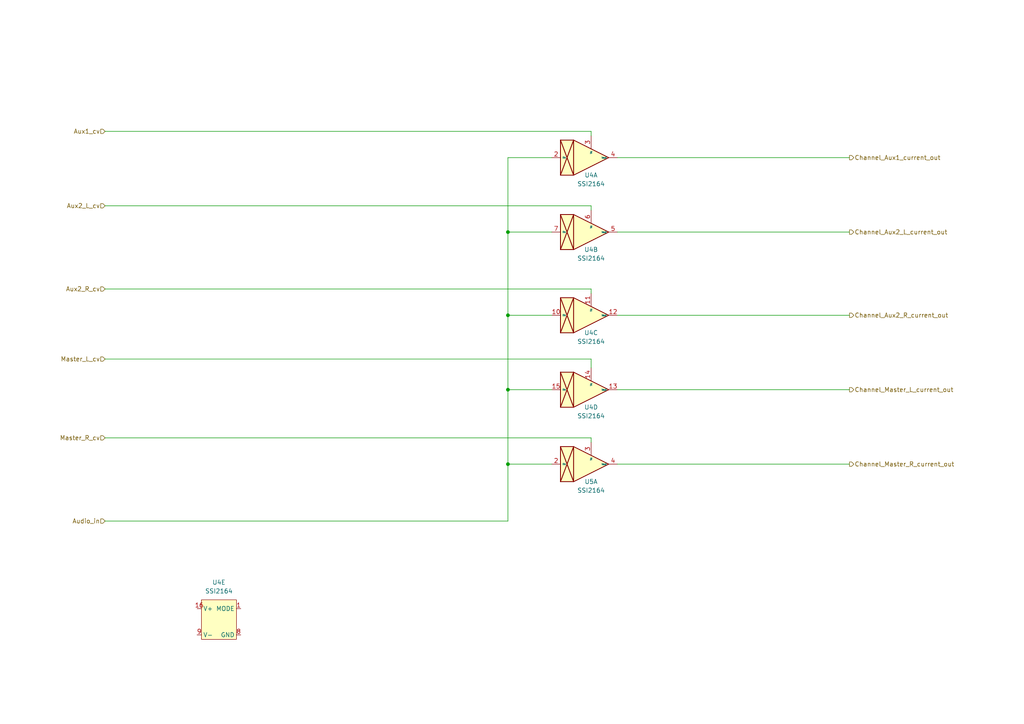
<source format=kicad_sch>
(kicad_sch (version 20230121) (generator eeschema)
  (paper "A4")
  (lib_symbols
    (symbol "WillItBlend:SSI2164-multiunit"
      (property "Reference" "U" (at -8.89 7.62 0))
      (property "Value" "SSI2164" (at -5.08 0 0))
      (symbol "SSI2164-multiunit_1_1"
        (polyline (pts (xy -8.89 -5.08) (xy -5.08 5.08) (xy -5.08 -5.08) (xy -8.89 5.08)) (stroke (width 0.254)))
        (polyline (pts (xy -5.08 5.08) (xy 5.08 0) (xy -5.08 -5.08) (xy -8.89 -5.08) (xy -8.89 5.08) (xy -5.08 5.08)) (stroke (width 0.254)) (fill (type background)))
        (pin input line (at -11.43 0 0) (length 2.54) (name "Iin") (number "2"))
        (pin input line (at 0 6.35 270) (length 3.8) (name "Vc") (number "3"))
        (pin output line (at 7.62 0 180) (length 2.54) (name "Iout") (number "4"))
      )
      (symbol "SSI2164-multiunit_2_1"
        (polyline (pts (xy -8.89 -5.08) (xy -5.08 5.08) (xy -5.08 -5.08) (xy -8.89 5.08)) (stroke (width 0.254)))
        (polyline (pts (xy -5.08 5.08) (xy 5.08 0) (xy -5.08 -5.08) (xy -8.89 -5.08) (xy -8.89 5.08) (xy -5.08 5.08)) (stroke (width 0.254)) (fill (type background)))
        (pin output line (at 7.62 0 180) (length 2.54) (name "Iout") (number "5"))
        (pin input line (at 0 6.35 270) (length 3.8) (name "Vc") (number "6"))
        (pin input line (at -11.43 0 0) (length 2.54) (name "Iin") (number "7"))
      )
      (symbol "SSI2164-multiunit_3_1"
        (polyline (pts (xy -8.89 -5.08) (xy -5.08 5.08) (xy -5.08 -5.08) (xy -8.89 5.08)) (stroke (width 0.254)))
        (polyline (pts (xy -5.08 5.08) (xy 5.08 0) (xy -5.08 -5.08) (xy -8.89 -5.08) (xy -8.89 5.08) (xy -5.08 5.08)) (stroke (width 0.254)) (fill (type background)))
        (pin input line (at -11.43 0 0) (length 2.54) (name "Iin") (number "10"))
        (pin input line (at 0 6.35 270) (length 3.8) (name "Vc") (number "11"))
        (pin output line (at 7.62 0 180) (length 2.54) (name "Iout") (number "12"))
      )
      (symbol "SSI2164-multiunit_4_1"
        (polyline (pts (xy -8.89 -5.08) (xy -5.08 5.08) (xy -5.08 -5.08) (xy -8.89 5.08)) (stroke (width 0.254)))
        (polyline (pts (xy -5.08 5.08) (xy 5.08 0) (xy -5.08 -5.08) (xy -8.89 -5.08) (xy -8.89 5.08) (xy -5.08 5.08)) (stroke (width 0.254)) (fill (type background)))
        (pin output line (at 7.62 0 180) (length 2.54) (name "Iout") (number "13"))
        (pin input line (at 0 6.35 270) (length 3.8) (name "Vc") (number "14"))
        (pin input line (at -11.43 0 0) (length 2.54) (name "Iin") (number "15"))
      )
      (symbol "SSI2164-multiunit_5_1"
        (rectangle (start -5.08 6.35) (end 5.08 -5.08) (fill (type background)))
        (pin power_in line (at 6.35 3.81 180) (length 1.27) (name "MODE") (number "1"))
        (pin power_in line (at -6.35 3.81 0) (length 1.27) (name "V+") (number "16"))
        (pin power_in line (at 6.35 -3.81 180) (length 1.27) (name "GND") (number "8"))
        (pin power_in line (at -6.35 -3.81 0) (length 1.27) (name "V-") (number "9"))
      )
    )
  )
  (junction (at 147.32 134.62))
  (junction (at 147.32 91.44))
  (junction (at 147.32 67.31))
  (junction (at 147.32 113.03))
  (wire (pts (xy 147.32 91.44) (xy 147.32 67.31)))
  (wire (pts (xy 147.32 67.31) (xy 160.02 67.31)))
  (wire (pts (xy 147.32 91.44) (xy 160.02 91.44)))
  (wire (pts (xy 30.48 151.13) (xy 147.32 151.13)))
  (wire (pts (xy 171.45 83.82) (xy 171.45 85.09)))
  (wire (pts (xy 171.45 38.1) (xy 171.45 39.37)))
  (wire (pts (xy 147.32 151.13) (xy 147.32 134.62)))
  (wire (pts (xy 246.38 67.31) (xy 179.07 67.31)))
  (wire (pts (xy 171.45 59.69) (xy 171.45 60.96)))
  (wire (pts (xy 171.45 127) (xy 171.45 128.27)))
  (wire (pts (xy 30.48 127) (xy 171.45 127)))
  (wire (pts (xy 147.32 113.03) (xy 160.02 113.03)))
  (wire (pts (xy 246.38 134.62) (xy 179.07 134.62)))
  (wire (pts (xy 246.38 91.44) (xy 179.07 91.44)))
  (wire (pts (xy 246.38 113.03) (xy 179.07 113.03)))
  (wire (pts (xy 30.48 38.1) (xy 171.45 38.1)))
  (wire (pts (xy 171.45 104.14) (xy 171.45 106.68)))
  (wire (pts (xy 147.32 113.03) (xy 147.32 91.44)))
  (wire (pts (xy 147.32 134.62) (xy 147.32 113.03)))
  (wire (pts (xy 30.48 59.69) (xy 171.45 59.69)))
  (wire (pts (xy 30.48 83.82) (xy 171.45 83.82)))
  (wire (pts (xy 147.32 45.72) (xy 160.02 45.72)))
  (wire (pts (xy 147.32 134.62) (xy 160.02 134.62)))
  (wire (pts (xy 147.32 67.31) (xy 147.32 45.72)))
  (wire (pts (xy 246.38 45.72) (xy 179.07 45.72)))
  (wire (pts (xy 30.48 104.14) (xy 171.45 104.14)))
  (hierarchical_label "Channel_Aux2_R_current_out" (shape output) (at 246.38 91.44 0))
  (hierarchical_label "Master_R_cv" (shape input) (at 30.48 127 180))
  (hierarchical_label "Channel_Aux2_L_current_out" (shape output) (at 246.38 67.31 0))
  (hierarchical_label "Channel_Master_L_current_out" (shape output) (at 246.38 113.03 0))
  (hierarchical_label "Channel_Master_R_current_out" (shape output) (at 246.38 134.62 0))
  (hierarchical_label "Aux2_R_cv" (shape input) (at 30.48 83.82 180))
  (hierarchical_label "Aux2_L_cv" (shape input) (at 30.48 59.69 180))
  (hierarchical_label "Aux1_cv" (shape input) (at 30.48 38.1 180))
  (hierarchical_label "Audio_in" (shape input) (at 30.48 151.13 180))
  (hierarchical_label "Channel_Aux1_current_out" (shape output) (at 246.38 45.72 0))
  (hierarchical_label "Master_L_cv" (shape input) (at 30.48 104.14 180))
  (symbol (lib_id "WillItBlend:SSI2164-multiunit") (at 63.5 180.34 0) (unit 5)
    (property "Reference" "U4" (at 63.5 168.91 0))
    (property "Value" "SSI2164" (at 63.5 171.45 0))
    (property "Footprint" "Package_SO:SOIC-16_3.9x9.9mm_P1.27mm" (effects hide))
    (property "Datasheet" "http://www.soundsemiconductor.com/downloads/ssi2164datasheet.pdf" (effects hide))
  )
  (symbol (lib_id "WillItBlend:SSI2164-multiunit") (at 171.45 91.44 0) (unit 3)
    (property "Reference" "U4" (at 171.45 96.52 0))
    (property "Value" "SSI2164" (at 171.45 99.06 0))
    (property "Footprint" "Package_SO:SOIC-16_3.9x9.9mm_P1.27mm" (effects hide))
    (property "Datasheet" "http://www.soundsemiconductor.com/downloads/ssi2164datasheet.pdf" (effects hide))
  )
  (symbol (lib_id "WillItBlend:SSI2164-multiunit") (at 171.45 134.62 0) (unit 1)
    (property "Reference" "U5" (at 171.45 139.7 0))
    (property "Value" "SSI2164" (at 171.45 142.24 0))
    (property "Footprint" "Package_SO:SOIC-16_3.9x9.9mm_P1.27mm" (effects hide))
    (property "Datasheet" "http://www.soundsemiconductor.com/downloads/ssi2164datasheet.pdf" (effects hide))
  )
  (symbol (lib_id "WillItBlend:SSI2164-multiunit") (at 171.45 67.31 0) (unit 2)
    (property "Reference" "U4" (at 171.45 72.39 0))
    (property "Value" "SSI2164" (at 171.45 74.93 0))
    (property "Footprint" "Package_SO:SOIC-16_3.9x9.9mm_P1.27mm" (effects hide))
    (property "Datasheet" "http://www.soundsemiconductor.com/downloads/ssi2164datasheet.pdf" (effects hide))
  )
  (symbol (lib_id "WillItBlend:SSI2164-multiunit") (at 171.45 113.03 0) (unit 4)
    (property "Reference" "U4" (at 171.45 118.11 0))
    (property "Value" "SSI2164" (at 171.45 120.65 0))
    (property "Footprint" "Package_SO:SOIC-16_3.9x9.9mm_P1.27mm" (effects hide))
    (property "Datasheet" "http://www.soundsemiconductor.com/downloads/ssi2164datasheet.pdf" (effects hide))
  )
  (symbol (lib_id "WillItBlend:SSI2164-multiunit") (at 171.45 45.72 0) (unit 1)
    (property "Reference" "U4" (at 171.45 50.8 0))
    (property "Value" "SSI2164" (at 171.45 53.34 0))
    (property "Footprint" "Package_SO:SOIC-16_3.9x9.9mm_P1.27mm" (effects hide))
    (property "Datasheet" "http://www.soundsemiconductor.com/downloads/ssi2164datasheet.pdf" (effects hide))
  )
)
</source>
